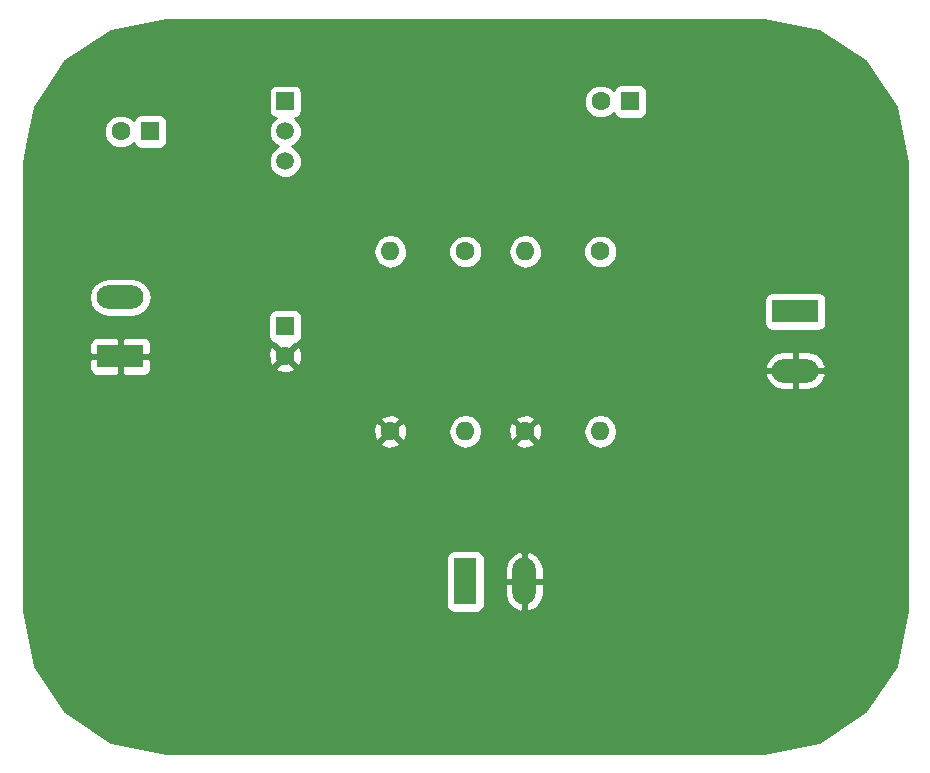
<source format=gbr>
G04 #@! TF.FileFunction,Copper,L2,Bot,Signal*
%FSLAX46Y46*%
G04 Gerber Fmt 4.6, Leading zero omitted, Abs format (unit mm)*
G04 Created by KiCad (PCBNEW 4.0.5) date 05/30/17 12:07:32*
%MOMM*%
%LPD*%
G01*
G04 APERTURE LIST*
%ADD10C,0.100000*%
%ADD11R,1.600000X1.600000*%
%ADD12C,1.600000*%
%ADD13R,3.960000X1.980000*%
%ADD14O,3.960000X1.980000*%
%ADD15O,1.600000X1.600000*%
%ADD16R,1.980000X3.960000*%
%ADD17O,1.980000X3.960000*%
%ADD18C,1.520000*%
%ADD19R,1.520000X1.520000*%
%ADD20C,0.254000*%
G04 APERTURE END LIST*
D10*
D11*
X132080000Y-80010000D03*
D12*
X129580000Y-80010000D03*
D11*
X143510000Y-96520000D03*
D12*
X143510000Y-99020000D03*
D11*
X172720000Y-77470000D03*
D12*
X170220000Y-77470000D03*
D13*
X129540000Y-99060000D03*
D14*
X129540000Y-94060000D03*
D13*
X186690000Y-95250000D03*
D14*
X186690000Y-100250000D03*
D12*
X163830000Y-105410000D03*
D15*
X163830000Y-90170000D03*
D12*
X170180000Y-90170000D03*
D15*
X170180000Y-105410000D03*
D12*
X152400000Y-105410000D03*
D15*
X152400000Y-90170000D03*
D16*
X158750000Y-118110000D03*
D17*
X163750000Y-118110000D03*
D18*
X143510000Y-80010000D03*
X143510000Y-82550000D03*
D19*
X143510000Y-77470000D03*
D12*
X158750000Y-90170000D03*
D15*
X158750000Y-105410000D03*
D20*
G36*
X188733053Y-71485536D02*
X192618376Y-74081627D01*
X195214464Y-77966947D01*
X196140000Y-82619927D01*
X196140000Y-120580073D01*
X195214464Y-125233053D01*
X192618376Y-129118373D01*
X188733053Y-131714464D01*
X184080069Y-132640000D01*
X133419927Y-132640000D01*
X128766947Y-131714464D01*
X124881627Y-129118376D01*
X122285536Y-125233053D01*
X121361749Y-120588864D01*
X121375624Y-120033525D01*
X121360000Y-119943250D01*
X121360000Y-116130000D01*
X157112560Y-116130000D01*
X157112560Y-120090000D01*
X157156838Y-120325317D01*
X157295910Y-120541441D01*
X157508110Y-120686431D01*
X157760000Y-120737440D01*
X159740000Y-120737440D01*
X159975317Y-120693162D01*
X160191441Y-120554090D01*
X160336431Y-120341890D01*
X160387440Y-120090000D01*
X160387440Y-118237000D01*
X162125000Y-118237000D01*
X162125000Y-119227000D01*
X162297297Y-119839193D01*
X162690754Y-120338851D01*
X163245472Y-120649905D01*
X163371135Y-120680218D01*
X163623000Y-120560740D01*
X163623000Y-118237000D01*
X163877000Y-118237000D01*
X163877000Y-120560740D01*
X164128865Y-120680218D01*
X164254528Y-120649905D01*
X164809246Y-120338851D01*
X165202703Y-119839193D01*
X165375000Y-119227000D01*
X165375000Y-118237000D01*
X163877000Y-118237000D01*
X163623000Y-118237000D01*
X162125000Y-118237000D01*
X160387440Y-118237000D01*
X160387440Y-116993000D01*
X162125000Y-116993000D01*
X162125000Y-117983000D01*
X163623000Y-117983000D01*
X163623000Y-115659260D01*
X163877000Y-115659260D01*
X163877000Y-117983000D01*
X165375000Y-117983000D01*
X165375000Y-116993000D01*
X165202703Y-116380807D01*
X164809246Y-115881149D01*
X164254528Y-115570095D01*
X164128865Y-115539782D01*
X163877000Y-115659260D01*
X163623000Y-115659260D01*
X163371135Y-115539782D01*
X163245472Y-115570095D01*
X162690754Y-115881149D01*
X162297297Y-116380807D01*
X162125000Y-116993000D01*
X160387440Y-116993000D01*
X160387440Y-116130000D01*
X160343162Y-115894683D01*
X160204090Y-115678559D01*
X159991890Y-115533569D01*
X159740000Y-115482560D01*
X157760000Y-115482560D01*
X157524683Y-115526838D01*
X157308559Y-115665910D01*
X157163569Y-115878110D01*
X157112560Y-116130000D01*
X121360000Y-116130000D01*
X121360000Y-106417745D01*
X151571861Y-106417745D01*
X151645995Y-106663864D01*
X152183223Y-106856965D01*
X152753454Y-106829778D01*
X153154005Y-106663864D01*
X153228139Y-106417745D01*
X152400000Y-105589605D01*
X151571861Y-106417745D01*
X121360000Y-106417745D01*
X121360000Y-105193223D01*
X150953035Y-105193223D01*
X150980222Y-105763454D01*
X151146136Y-106164005D01*
X151392255Y-106238139D01*
X152220395Y-105410000D01*
X152579605Y-105410000D01*
X153407745Y-106238139D01*
X153653864Y-106164005D01*
X153846965Y-105626777D01*
X153835290Y-105381887D01*
X157315000Y-105381887D01*
X157315000Y-105438113D01*
X157424233Y-105987264D01*
X157735302Y-106452811D01*
X158200849Y-106763880D01*
X158750000Y-106873113D01*
X159299151Y-106763880D01*
X159764698Y-106452811D01*
X159788128Y-106417745D01*
X163001861Y-106417745D01*
X163075995Y-106663864D01*
X163613223Y-106856965D01*
X164183454Y-106829778D01*
X164584005Y-106663864D01*
X164658139Y-106417745D01*
X163830000Y-105589605D01*
X163001861Y-106417745D01*
X159788128Y-106417745D01*
X160075767Y-105987264D01*
X160185000Y-105438113D01*
X160185000Y-105381887D01*
X160147473Y-105193223D01*
X162383035Y-105193223D01*
X162410222Y-105763454D01*
X162576136Y-106164005D01*
X162822255Y-106238139D01*
X163650395Y-105410000D01*
X164009605Y-105410000D01*
X164837745Y-106238139D01*
X165083864Y-106164005D01*
X165276965Y-105626777D01*
X165265290Y-105381887D01*
X168745000Y-105381887D01*
X168745000Y-105438113D01*
X168854233Y-105987264D01*
X169165302Y-106452811D01*
X169630849Y-106763880D01*
X170180000Y-106873113D01*
X170729151Y-106763880D01*
X171194698Y-106452811D01*
X171505767Y-105987264D01*
X171615000Y-105438113D01*
X171615000Y-105381887D01*
X171505767Y-104832736D01*
X171194698Y-104367189D01*
X170729151Y-104056120D01*
X170180000Y-103946887D01*
X169630849Y-104056120D01*
X169165302Y-104367189D01*
X168854233Y-104832736D01*
X168745000Y-105381887D01*
X165265290Y-105381887D01*
X165249778Y-105056546D01*
X165083864Y-104655995D01*
X164837745Y-104581861D01*
X164009605Y-105410000D01*
X163650395Y-105410000D01*
X162822255Y-104581861D01*
X162576136Y-104655995D01*
X162383035Y-105193223D01*
X160147473Y-105193223D01*
X160075767Y-104832736D01*
X159788129Y-104402255D01*
X163001861Y-104402255D01*
X163830000Y-105230395D01*
X164658139Y-104402255D01*
X164584005Y-104156136D01*
X164046777Y-103963035D01*
X163476546Y-103990222D01*
X163075995Y-104156136D01*
X163001861Y-104402255D01*
X159788129Y-104402255D01*
X159764698Y-104367189D01*
X159299151Y-104056120D01*
X158750000Y-103946887D01*
X158200849Y-104056120D01*
X157735302Y-104367189D01*
X157424233Y-104832736D01*
X157315000Y-105381887D01*
X153835290Y-105381887D01*
X153819778Y-105056546D01*
X153653864Y-104655995D01*
X153407745Y-104581861D01*
X152579605Y-105410000D01*
X152220395Y-105410000D01*
X151392255Y-104581861D01*
X151146136Y-104655995D01*
X150953035Y-105193223D01*
X121360000Y-105193223D01*
X121360000Y-104402255D01*
X151571861Y-104402255D01*
X152400000Y-105230395D01*
X153228139Y-104402255D01*
X153154005Y-104156136D01*
X152616777Y-103963035D01*
X152046546Y-103990222D01*
X151645995Y-104156136D01*
X151571861Y-104402255D01*
X121360000Y-104402255D01*
X121360000Y-99345750D01*
X126925000Y-99345750D01*
X126925000Y-100176309D01*
X127021673Y-100409698D01*
X127200301Y-100588327D01*
X127433690Y-100685000D01*
X129254250Y-100685000D01*
X129413000Y-100526250D01*
X129413000Y-99187000D01*
X129667000Y-99187000D01*
X129667000Y-100526250D01*
X129825750Y-100685000D01*
X131646310Y-100685000D01*
X131781831Y-100628865D01*
X184119782Y-100628865D01*
X184150095Y-100754528D01*
X184461149Y-101309246D01*
X184960807Y-101702703D01*
X185573000Y-101875000D01*
X186563000Y-101875000D01*
X186563000Y-100377000D01*
X186817000Y-100377000D01*
X186817000Y-101875000D01*
X187807000Y-101875000D01*
X188419193Y-101702703D01*
X188918851Y-101309246D01*
X189229905Y-100754528D01*
X189260218Y-100628865D01*
X189140740Y-100377000D01*
X186817000Y-100377000D01*
X186563000Y-100377000D01*
X184239260Y-100377000D01*
X184119782Y-100628865D01*
X131781831Y-100628865D01*
X131879699Y-100588327D01*
X132058327Y-100409698D01*
X132155000Y-100176309D01*
X132155000Y-100027745D01*
X142681861Y-100027745D01*
X142755995Y-100273864D01*
X143293223Y-100466965D01*
X143863454Y-100439778D01*
X144264005Y-100273864D01*
X144338139Y-100027745D01*
X144181530Y-99871135D01*
X184119782Y-99871135D01*
X184239260Y-100123000D01*
X186563000Y-100123000D01*
X186563000Y-98625000D01*
X186817000Y-98625000D01*
X186817000Y-100123000D01*
X189140740Y-100123000D01*
X189260218Y-99871135D01*
X189229905Y-99745472D01*
X188918851Y-99190754D01*
X188419193Y-98797297D01*
X187807000Y-98625000D01*
X186817000Y-98625000D01*
X186563000Y-98625000D01*
X185573000Y-98625000D01*
X184960807Y-98797297D01*
X184461149Y-99190754D01*
X184150095Y-99745472D01*
X184119782Y-99871135D01*
X144181530Y-99871135D01*
X143510000Y-99199605D01*
X142681861Y-100027745D01*
X132155000Y-100027745D01*
X132155000Y-99345750D01*
X131996250Y-99187000D01*
X129667000Y-99187000D01*
X129413000Y-99187000D01*
X127083750Y-99187000D01*
X126925000Y-99345750D01*
X121360000Y-99345750D01*
X121360000Y-97943691D01*
X126925000Y-97943691D01*
X126925000Y-98774250D01*
X127083750Y-98933000D01*
X129413000Y-98933000D01*
X129413000Y-97593750D01*
X129667000Y-97593750D01*
X129667000Y-98933000D01*
X131996250Y-98933000D01*
X132126027Y-98803223D01*
X142063035Y-98803223D01*
X142090222Y-99373454D01*
X142256136Y-99774005D01*
X142502255Y-99848139D01*
X143330395Y-99020000D01*
X143689605Y-99020000D01*
X144517745Y-99848139D01*
X144763864Y-99774005D01*
X144956965Y-99236777D01*
X144929778Y-98666546D01*
X144763864Y-98265995D01*
X144517745Y-98191861D01*
X143689605Y-99020000D01*
X143330395Y-99020000D01*
X142502255Y-98191861D01*
X142256136Y-98265995D01*
X142063035Y-98803223D01*
X132126027Y-98803223D01*
X132155000Y-98774250D01*
X132155000Y-97943691D01*
X132058327Y-97710302D01*
X131879699Y-97531673D01*
X131646310Y-97435000D01*
X129825750Y-97435000D01*
X129667000Y-97593750D01*
X129413000Y-97593750D01*
X129254250Y-97435000D01*
X127433690Y-97435000D01*
X127200301Y-97531673D01*
X127021673Y-97710302D01*
X126925000Y-97943691D01*
X121360000Y-97943691D01*
X121360000Y-95720000D01*
X142062560Y-95720000D01*
X142062560Y-97320000D01*
X142106838Y-97555317D01*
X142245910Y-97771441D01*
X142458110Y-97916431D01*
X142696201Y-97964646D01*
X142681861Y-98012255D01*
X143510000Y-98840395D01*
X144338139Y-98012255D01*
X144323855Y-97964833D01*
X144545317Y-97923162D01*
X144761441Y-97784090D01*
X144906431Y-97571890D01*
X144957440Y-97320000D01*
X144957440Y-95720000D01*
X144913162Y-95484683D01*
X144774090Y-95268559D01*
X144561890Y-95123569D01*
X144310000Y-95072560D01*
X142710000Y-95072560D01*
X142474683Y-95116838D01*
X142258559Y-95255910D01*
X142113569Y-95468110D01*
X142062560Y-95720000D01*
X121360000Y-95720000D01*
X121360000Y-94060000D01*
X126873769Y-94060000D01*
X126997465Y-94681861D01*
X127349720Y-95209049D01*
X127876908Y-95561304D01*
X128498769Y-95685000D01*
X130581231Y-95685000D01*
X131203092Y-95561304D01*
X131730280Y-95209049D01*
X132082535Y-94681861D01*
X132166448Y-94260000D01*
X184062560Y-94260000D01*
X184062560Y-96240000D01*
X184106838Y-96475317D01*
X184245910Y-96691441D01*
X184458110Y-96836431D01*
X184710000Y-96887440D01*
X188670000Y-96887440D01*
X188905317Y-96843162D01*
X189121441Y-96704090D01*
X189266431Y-96491890D01*
X189317440Y-96240000D01*
X189317440Y-94260000D01*
X189273162Y-94024683D01*
X189134090Y-93808559D01*
X188921890Y-93663569D01*
X188670000Y-93612560D01*
X184710000Y-93612560D01*
X184474683Y-93656838D01*
X184258559Y-93795910D01*
X184113569Y-94008110D01*
X184062560Y-94260000D01*
X132166448Y-94260000D01*
X132206231Y-94060000D01*
X132082535Y-93438139D01*
X131730280Y-92910951D01*
X131203092Y-92558696D01*
X130581231Y-92435000D01*
X128498769Y-92435000D01*
X127876908Y-92558696D01*
X127349720Y-92910951D01*
X126997465Y-93438139D01*
X126873769Y-94060000D01*
X121360000Y-94060000D01*
X121360000Y-90141887D01*
X150965000Y-90141887D01*
X150965000Y-90198113D01*
X151074233Y-90747264D01*
X151385302Y-91212811D01*
X151850849Y-91523880D01*
X152400000Y-91633113D01*
X152949151Y-91523880D01*
X153414698Y-91212811D01*
X153725767Y-90747264D01*
X153784063Y-90454187D01*
X157314752Y-90454187D01*
X157532757Y-90981800D01*
X157936077Y-91385824D01*
X158463309Y-91604750D01*
X159034187Y-91605248D01*
X159561800Y-91387243D01*
X159965824Y-90983923D01*
X160184750Y-90456691D01*
X160185024Y-90141887D01*
X162395000Y-90141887D01*
X162395000Y-90198113D01*
X162504233Y-90747264D01*
X162815302Y-91212811D01*
X163280849Y-91523880D01*
X163830000Y-91633113D01*
X164379151Y-91523880D01*
X164844698Y-91212811D01*
X165155767Y-90747264D01*
X165214063Y-90454187D01*
X168744752Y-90454187D01*
X168962757Y-90981800D01*
X169366077Y-91385824D01*
X169893309Y-91604750D01*
X170464187Y-91605248D01*
X170991800Y-91387243D01*
X171395824Y-90983923D01*
X171614750Y-90456691D01*
X171615248Y-89885813D01*
X171397243Y-89358200D01*
X170993923Y-88954176D01*
X170466691Y-88735250D01*
X169895813Y-88734752D01*
X169368200Y-88952757D01*
X168964176Y-89356077D01*
X168745250Y-89883309D01*
X168744752Y-90454187D01*
X165214063Y-90454187D01*
X165265000Y-90198113D01*
X165265000Y-90141887D01*
X165155767Y-89592736D01*
X164844698Y-89127189D01*
X164379151Y-88816120D01*
X163830000Y-88706887D01*
X163280849Y-88816120D01*
X162815302Y-89127189D01*
X162504233Y-89592736D01*
X162395000Y-90141887D01*
X160185024Y-90141887D01*
X160185248Y-89885813D01*
X159967243Y-89358200D01*
X159563923Y-88954176D01*
X159036691Y-88735250D01*
X158465813Y-88734752D01*
X157938200Y-88952757D01*
X157534176Y-89356077D01*
X157315250Y-89883309D01*
X157314752Y-90454187D01*
X153784063Y-90454187D01*
X153835000Y-90198113D01*
X153835000Y-90141887D01*
X153725767Y-89592736D01*
X153414698Y-89127189D01*
X152949151Y-88816120D01*
X152400000Y-88706887D01*
X151850849Y-88816120D01*
X151385302Y-89127189D01*
X151074233Y-89592736D01*
X150965000Y-90141887D01*
X121360000Y-90141887D01*
X121360000Y-82619931D01*
X121822619Y-80294187D01*
X128144752Y-80294187D01*
X128362757Y-80821800D01*
X128766077Y-81225824D01*
X129293309Y-81444750D01*
X129864187Y-81445248D01*
X130391800Y-81227243D01*
X130660583Y-80958928D01*
X130676838Y-81045317D01*
X130815910Y-81261441D01*
X131028110Y-81406431D01*
X131280000Y-81457440D01*
X132880000Y-81457440D01*
X133115317Y-81413162D01*
X133331441Y-81274090D01*
X133476431Y-81061890D01*
X133527440Y-80810000D01*
X133527440Y-79210000D01*
X133483162Y-78974683D01*
X133344090Y-78758559D01*
X133131890Y-78613569D01*
X132880000Y-78562560D01*
X131280000Y-78562560D01*
X131044683Y-78606838D01*
X130828559Y-78745910D01*
X130683569Y-78958110D01*
X130662320Y-79063041D01*
X130393923Y-78794176D01*
X129866691Y-78575250D01*
X129295813Y-78574752D01*
X128768200Y-78792757D01*
X128364176Y-79196077D01*
X128145250Y-79723309D01*
X128144752Y-80294187D01*
X121822619Y-80294187D01*
X122285536Y-77966947D01*
X123125401Y-76710000D01*
X142102560Y-76710000D01*
X142102560Y-78230000D01*
X142146838Y-78465317D01*
X142285910Y-78681441D01*
X142498110Y-78826431D01*
X142683480Y-78863969D01*
X142328066Y-79218764D01*
X142115242Y-79731300D01*
X142114758Y-80286265D01*
X142326687Y-80799172D01*
X142718764Y-81191934D01*
X142930738Y-81279954D01*
X142720828Y-81366687D01*
X142328066Y-81758764D01*
X142115242Y-82271300D01*
X142114758Y-82826265D01*
X142326687Y-83339172D01*
X142718764Y-83731934D01*
X143231300Y-83944758D01*
X143786265Y-83945242D01*
X144299172Y-83733313D01*
X144691934Y-83341236D01*
X144904758Y-82828700D01*
X144905242Y-82273735D01*
X144693313Y-81760828D01*
X144301236Y-81368066D01*
X144089262Y-81280046D01*
X144299172Y-81193313D01*
X144691934Y-80801236D01*
X144904758Y-80288700D01*
X144905242Y-79733735D01*
X144693313Y-79220828D01*
X144337790Y-78864684D01*
X144505317Y-78833162D01*
X144721441Y-78694090D01*
X144866431Y-78481890D01*
X144917440Y-78230000D01*
X144917440Y-77754187D01*
X168784752Y-77754187D01*
X169002757Y-78281800D01*
X169406077Y-78685824D01*
X169933309Y-78904750D01*
X170504187Y-78905248D01*
X171031800Y-78687243D01*
X171300583Y-78418928D01*
X171316838Y-78505317D01*
X171455910Y-78721441D01*
X171668110Y-78866431D01*
X171920000Y-78917440D01*
X173520000Y-78917440D01*
X173755317Y-78873162D01*
X173971441Y-78734090D01*
X174116431Y-78521890D01*
X174167440Y-78270000D01*
X174167440Y-76670000D01*
X174123162Y-76434683D01*
X173984090Y-76218559D01*
X173771890Y-76073569D01*
X173520000Y-76022560D01*
X171920000Y-76022560D01*
X171684683Y-76066838D01*
X171468559Y-76205910D01*
X171323569Y-76418110D01*
X171302320Y-76523041D01*
X171033923Y-76254176D01*
X170506691Y-76035250D01*
X169935813Y-76034752D01*
X169408200Y-76252757D01*
X169004176Y-76656077D01*
X168785250Y-77183309D01*
X168784752Y-77754187D01*
X144917440Y-77754187D01*
X144917440Y-76710000D01*
X144873162Y-76474683D01*
X144734090Y-76258559D01*
X144521890Y-76113569D01*
X144270000Y-76062560D01*
X142750000Y-76062560D01*
X142514683Y-76106838D01*
X142298559Y-76245910D01*
X142153569Y-76458110D01*
X142102560Y-76710000D01*
X123125401Y-76710000D01*
X124881627Y-74081624D01*
X128766947Y-71485536D01*
X133419927Y-70560000D01*
X184080069Y-70560000D01*
X188733053Y-71485536D01*
X188733053Y-71485536D01*
G37*
X188733053Y-71485536D02*
X192618376Y-74081627D01*
X195214464Y-77966947D01*
X196140000Y-82619927D01*
X196140000Y-120580073D01*
X195214464Y-125233053D01*
X192618376Y-129118373D01*
X188733053Y-131714464D01*
X184080069Y-132640000D01*
X133419927Y-132640000D01*
X128766947Y-131714464D01*
X124881627Y-129118376D01*
X122285536Y-125233053D01*
X121361749Y-120588864D01*
X121375624Y-120033525D01*
X121360000Y-119943250D01*
X121360000Y-116130000D01*
X157112560Y-116130000D01*
X157112560Y-120090000D01*
X157156838Y-120325317D01*
X157295910Y-120541441D01*
X157508110Y-120686431D01*
X157760000Y-120737440D01*
X159740000Y-120737440D01*
X159975317Y-120693162D01*
X160191441Y-120554090D01*
X160336431Y-120341890D01*
X160387440Y-120090000D01*
X160387440Y-118237000D01*
X162125000Y-118237000D01*
X162125000Y-119227000D01*
X162297297Y-119839193D01*
X162690754Y-120338851D01*
X163245472Y-120649905D01*
X163371135Y-120680218D01*
X163623000Y-120560740D01*
X163623000Y-118237000D01*
X163877000Y-118237000D01*
X163877000Y-120560740D01*
X164128865Y-120680218D01*
X164254528Y-120649905D01*
X164809246Y-120338851D01*
X165202703Y-119839193D01*
X165375000Y-119227000D01*
X165375000Y-118237000D01*
X163877000Y-118237000D01*
X163623000Y-118237000D01*
X162125000Y-118237000D01*
X160387440Y-118237000D01*
X160387440Y-116993000D01*
X162125000Y-116993000D01*
X162125000Y-117983000D01*
X163623000Y-117983000D01*
X163623000Y-115659260D01*
X163877000Y-115659260D01*
X163877000Y-117983000D01*
X165375000Y-117983000D01*
X165375000Y-116993000D01*
X165202703Y-116380807D01*
X164809246Y-115881149D01*
X164254528Y-115570095D01*
X164128865Y-115539782D01*
X163877000Y-115659260D01*
X163623000Y-115659260D01*
X163371135Y-115539782D01*
X163245472Y-115570095D01*
X162690754Y-115881149D01*
X162297297Y-116380807D01*
X162125000Y-116993000D01*
X160387440Y-116993000D01*
X160387440Y-116130000D01*
X160343162Y-115894683D01*
X160204090Y-115678559D01*
X159991890Y-115533569D01*
X159740000Y-115482560D01*
X157760000Y-115482560D01*
X157524683Y-115526838D01*
X157308559Y-115665910D01*
X157163569Y-115878110D01*
X157112560Y-116130000D01*
X121360000Y-116130000D01*
X121360000Y-106417745D01*
X151571861Y-106417745D01*
X151645995Y-106663864D01*
X152183223Y-106856965D01*
X152753454Y-106829778D01*
X153154005Y-106663864D01*
X153228139Y-106417745D01*
X152400000Y-105589605D01*
X151571861Y-106417745D01*
X121360000Y-106417745D01*
X121360000Y-105193223D01*
X150953035Y-105193223D01*
X150980222Y-105763454D01*
X151146136Y-106164005D01*
X151392255Y-106238139D01*
X152220395Y-105410000D01*
X152579605Y-105410000D01*
X153407745Y-106238139D01*
X153653864Y-106164005D01*
X153846965Y-105626777D01*
X153835290Y-105381887D01*
X157315000Y-105381887D01*
X157315000Y-105438113D01*
X157424233Y-105987264D01*
X157735302Y-106452811D01*
X158200849Y-106763880D01*
X158750000Y-106873113D01*
X159299151Y-106763880D01*
X159764698Y-106452811D01*
X159788128Y-106417745D01*
X163001861Y-106417745D01*
X163075995Y-106663864D01*
X163613223Y-106856965D01*
X164183454Y-106829778D01*
X164584005Y-106663864D01*
X164658139Y-106417745D01*
X163830000Y-105589605D01*
X163001861Y-106417745D01*
X159788128Y-106417745D01*
X160075767Y-105987264D01*
X160185000Y-105438113D01*
X160185000Y-105381887D01*
X160147473Y-105193223D01*
X162383035Y-105193223D01*
X162410222Y-105763454D01*
X162576136Y-106164005D01*
X162822255Y-106238139D01*
X163650395Y-105410000D01*
X164009605Y-105410000D01*
X164837745Y-106238139D01*
X165083864Y-106164005D01*
X165276965Y-105626777D01*
X165265290Y-105381887D01*
X168745000Y-105381887D01*
X168745000Y-105438113D01*
X168854233Y-105987264D01*
X169165302Y-106452811D01*
X169630849Y-106763880D01*
X170180000Y-106873113D01*
X170729151Y-106763880D01*
X171194698Y-106452811D01*
X171505767Y-105987264D01*
X171615000Y-105438113D01*
X171615000Y-105381887D01*
X171505767Y-104832736D01*
X171194698Y-104367189D01*
X170729151Y-104056120D01*
X170180000Y-103946887D01*
X169630849Y-104056120D01*
X169165302Y-104367189D01*
X168854233Y-104832736D01*
X168745000Y-105381887D01*
X165265290Y-105381887D01*
X165249778Y-105056546D01*
X165083864Y-104655995D01*
X164837745Y-104581861D01*
X164009605Y-105410000D01*
X163650395Y-105410000D01*
X162822255Y-104581861D01*
X162576136Y-104655995D01*
X162383035Y-105193223D01*
X160147473Y-105193223D01*
X160075767Y-104832736D01*
X159788129Y-104402255D01*
X163001861Y-104402255D01*
X163830000Y-105230395D01*
X164658139Y-104402255D01*
X164584005Y-104156136D01*
X164046777Y-103963035D01*
X163476546Y-103990222D01*
X163075995Y-104156136D01*
X163001861Y-104402255D01*
X159788129Y-104402255D01*
X159764698Y-104367189D01*
X159299151Y-104056120D01*
X158750000Y-103946887D01*
X158200849Y-104056120D01*
X157735302Y-104367189D01*
X157424233Y-104832736D01*
X157315000Y-105381887D01*
X153835290Y-105381887D01*
X153819778Y-105056546D01*
X153653864Y-104655995D01*
X153407745Y-104581861D01*
X152579605Y-105410000D01*
X152220395Y-105410000D01*
X151392255Y-104581861D01*
X151146136Y-104655995D01*
X150953035Y-105193223D01*
X121360000Y-105193223D01*
X121360000Y-104402255D01*
X151571861Y-104402255D01*
X152400000Y-105230395D01*
X153228139Y-104402255D01*
X153154005Y-104156136D01*
X152616777Y-103963035D01*
X152046546Y-103990222D01*
X151645995Y-104156136D01*
X151571861Y-104402255D01*
X121360000Y-104402255D01*
X121360000Y-99345750D01*
X126925000Y-99345750D01*
X126925000Y-100176309D01*
X127021673Y-100409698D01*
X127200301Y-100588327D01*
X127433690Y-100685000D01*
X129254250Y-100685000D01*
X129413000Y-100526250D01*
X129413000Y-99187000D01*
X129667000Y-99187000D01*
X129667000Y-100526250D01*
X129825750Y-100685000D01*
X131646310Y-100685000D01*
X131781831Y-100628865D01*
X184119782Y-100628865D01*
X184150095Y-100754528D01*
X184461149Y-101309246D01*
X184960807Y-101702703D01*
X185573000Y-101875000D01*
X186563000Y-101875000D01*
X186563000Y-100377000D01*
X186817000Y-100377000D01*
X186817000Y-101875000D01*
X187807000Y-101875000D01*
X188419193Y-101702703D01*
X188918851Y-101309246D01*
X189229905Y-100754528D01*
X189260218Y-100628865D01*
X189140740Y-100377000D01*
X186817000Y-100377000D01*
X186563000Y-100377000D01*
X184239260Y-100377000D01*
X184119782Y-100628865D01*
X131781831Y-100628865D01*
X131879699Y-100588327D01*
X132058327Y-100409698D01*
X132155000Y-100176309D01*
X132155000Y-100027745D01*
X142681861Y-100027745D01*
X142755995Y-100273864D01*
X143293223Y-100466965D01*
X143863454Y-100439778D01*
X144264005Y-100273864D01*
X144338139Y-100027745D01*
X144181530Y-99871135D01*
X184119782Y-99871135D01*
X184239260Y-100123000D01*
X186563000Y-100123000D01*
X186563000Y-98625000D01*
X186817000Y-98625000D01*
X186817000Y-100123000D01*
X189140740Y-100123000D01*
X189260218Y-99871135D01*
X189229905Y-99745472D01*
X188918851Y-99190754D01*
X188419193Y-98797297D01*
X187807000Y-98625000D01*
X186817000Y-98625000D01*
X186563000Y-98625000D01*
X185573000Y-98625000D01*
X184960807Y-98797297D01*
X184461149Y-99190754D01*
X184150095Y-99745472D01*
X184119782Y-99871135D01*
X144181530Y-99871135D01*
X143510000Y-99199605D01*
X142681861Y-100027745D01*
X132155000Y-100027745D01*
X132155000Y-99345750D01*
X131996250Y-99187000D01*
X129667000Y-99187000D01*
X129413000Y-99187000D01*
X127083750Y-99187000D01*
X126925000Y-99345750D01*
X121360000Y-99345750D01*
X121360000Y-97943691D01*
X126925000Y-97943691D01*
X126925000Y-98774250D01*
X127083750Y-98933000D01*
X129413000Y-98933000D01*
X129413000Y-97593750D01*
X129667000Y-97593750D01*
X129667000Y-98933000D01*
X131996250Y-98933000D01*
X132126027Y-98803223D01*
X142063035Y-98803223D01*
X142090222Y-99373454D01*
X142256136Y-99774005D01*
X142502255Y-99848139D01*
X143330395Y-99020000D01*
X143689605Y-99020000D01*
X144517745Y-99848139D01*
X144763864Y-99774005D01*
X144956965Y-99236777D01*
X144929778Y-98666546D01*
X144763864Y-98265995D01*
X144517745Y-98191861D01*
X143689605Y-99020000D01*
X143330395Y-99020000D01*
X142502255Y-98191861D01*
X142256136Y-98265995D01*
X142063035Y-98803223D01*
X132126027Y-98803223D01*
X132155000Y-98774250D01*
X132155000Y-97943691D01*
X132058327Y-97710302D01*
X131879699Y-97531673D01*
X131646310Y-97435000D01*
X129825750Y-97435000D01*
X129667000Y-97593750D01*
X129413000Y-97593750D01*
X129254250Y-97435000D01*
X127433690Y-97435000D01*
X127200301Y-97531673D01*
X127021673Y-97710302D01*
X126925000Y-97943691D01*
X121360000Y-97943691D01*
X121360000Y-95720000D01*
X142062560Y-95720000D01*
X142062560Y-97320000D01*
X142106838Y-97555317D01*
X142245910Y-97771441D01*
X142458110Y-97916431D01*
X142696201Y-97964646D01*
X142681861Y-98012255D01*
X143510000Y-98840395D01*
X144338139Y-98012255D01*
X144323855Y-97964833D01*
X144545317Y-97923162D01*
X144761441Y-97784090D01*
X144906431Y-97571890D01*
X144957440Y-97320000D01*
X144957440Y-95720000D01*
X144913162Y-95484683D01*
X144774090Y-95268559D01*
X144561890Y-95123569D01*
X144310000Y-95072560D01*
X142710000Y-95072560D01*
X142474683Y-95116838D01*
X142258559Y-95255910D01*
X142113569Y-95468110D01*
X142062560Y-95720000D01*
X121360000Y-95720000D01*
X121360000Y-94060000D01*
X126873769Y-94060000D01*
X126997465Y-94681861D01*
X127349720Y-95209049D01*
X127876908Y-95561304D01*
X128498769Y-95685000D01*
X130581231Y-95685000D01*
X131203092Y-95561304D01*
X131730280Y-95209049D01*
X132082535Y-94681861D01*
X132166448Y-94260000D01*
X184062560Y-94260000D01*
X184062560Y-96240000D01*
X184106838Y-96475317D01*
X184245910Y-96691441D01*
X184458110Y-96836431D01*
X184710000Y-96887440D01*
X188670000Y-96887440D01*
X188905317Y-96843162D01*
X189121441Y-96704090D01*
X189266431Y-96491890D01*
X189317440Y-96240000D01*
X189317440Y-94260000D01*
X189273162Y-94024683D01*
X189134090Y-93808559D01*
X188921890Y-93663569D01*
X188670000Y-93612560D01*
X184710000Y-93612560D01*
X184474683Y-93656838D01*
X184258559Y-93795910D01*
X184113569Y-94008110D01*
X184062560Y-94260000D01*
X132166448Y-94260000D01*
X132206231Y-94060000D01*
X132082535Y-93438139D01*
X131730280Y-92910951D01*
X131203092Y-92558696D01*
X130581231Y-92435000D01*
X128498769Y-92435000D01*
X127876908Y-92558696D01*
X127349720Y-92910951D01*
X126997465Y-93438139D01*
X126873769Y-94060000D01*
X121360000Y-94060000D01*
X121360000Y-90141887D01*
X150965000Y-90141887D01*
X150965000Y-90198113D01*
X151074233Y-90747264D01*
X151385302Y-91212811D01*
X151850849Y-91523880D01*
X152400000Y-91633113D01*
X152949151Y-91523880D01*
X153414698Y-91212811D01*
X153725767Y-90747264D01*
X153784063Y-90454187D01*
X157314752Y-90454187D01*
X157532757Y-90981800D01*
X157936077Y-91385824D01*
X158463309Y-91604750D01*
X159034187Y-91605248D01*
X159561800Y-91387243D01*
X159965824Y-90983923D01*
X160184750Y-90456691D01*
X160185024Y-90141887D01*
X162395000Y-90141887D01*
X162395000Y-90198113D01*
X162504233Y-90747264D01*
X162815302Y-91212811D01*
X163280849Y-91523880D01*
X163830000Y-91633113D01*
X164379151Y-91523880D01*
X164844698Y-91212811D01*
X165155767Y-90747264D01*
X165214063Y-90454187D01*
X168744752Y-90454187D01*
X168962757Y-90981800D01*
X169366077Y-91385824D01*
X169893309Y-91604750D01*
X170464187Y-91605248D01*
X170991800Y-91387243D01*
X171395824Y-90983923D01*
X171614750Y-90456691D01*
X171615248Y-89885813D01*
X171397243Y-89358200D01*
X170993923Y-88954176D01*
X170466691Y-88735250D01*
X169895813Y-88734752D01*
X169368200Y-88952757D01*
X168964176Y-89356077D01*
X168745250Y-89883309D01*
X168744752Y-90454187D01*
X165214063Y-90454187D01*
X165265000Y-90198113D01*
X165265000Y-90141887D01*
X165155767Y-89592736D01*
X164844698Y-89127189D01*
X164379151Y-88816120D01*
X163830000Y-88706887D01*
X163280849Y-88816120D01*
X162815302Y-89127189D01*
X162504233Y-89592736D01*
X162395000Y-90141887D01*
X160185024Y-90141887D01*
X160185248Y-89885813D01*
X159967243Y-89358200D01*
X159563923Y-88954176D01*
X159036691Y-88735250D01*
X158465813Y-88734752D01*
X157938200Y-88952757D01*
X157534176Y-89356077D01*
X157315250Y-89883309D01*
X157314752Y-90454187D01*
X153784063Y-90454187D01*
X153835000Y-90198113D01*
X153835000Y-90141887D01*
X153725767Y-89592736D01*
X153414698Y-89127189D01*
X152949151Y-88816120D01*
X152400000Y-88706887D01*
X151850849Y-88816120D01*
X151385302Y-89127189D01*
X151074233Y-89592736D01*
X150965000Y-90141887D01*
X121360000Y-90141887D01*
X121360000Y-82619931D01*
X121822619Y-80294187D01*
X128144752Y-80294187D01*
X128362757Y-80821800D01*
X128766077Y-81225824D01*
X129293309Y-81444750D01*
X129864187Y-81445248D01*
X130391800Y-81227243D01*
X130660583Y-80958928D01*
X130676838Y-81045317D01*
X130815910Y-81261441D01*
X131028110Y-81406431D01*
X131280000Y-81457440D01*
X132880000Y-81457440D01*
X133115317Y-81413162D01*
X133331441Y-81274090D01*
X133476431Y-81061890D01*
X133527440Y-80810000D01*
X133527440Y-79210000D01*
X133483162Y-78974683D01*
X133344090Y-78758559D01*
X133131890Y-78613569D01*
X132880000Y-78562560D01*
X131280000Y-78562560D01*
X131044683Y-78606838D01*
X130828559Y-78745910D01*
X130683569Y-78958110D01*
X130662320Y-79063041D01*
X130393923Y-78794176D01*
X129866691Y-78575250D01*
X129295813Y-78574752D01*
X128768200Y-78792757D01*
X128364176Y-79196077D01*
X128145250Y-79723309D01*
X128144752Y-80294187D01*
X121822619Y-80294187D01*
X122285536Y-77966947D01*
X123125401Y-76710000D01*
X142102560Y-76710000D01*
X142102560Y-78230000D01*
X142146838Y-78465317D01*
X142285910Y-78681441D01*
X142498110Y-78826431D01*
X142683480Y-78863969D01*
X142328066Y-79218764D01*
X142115242Y-79731300D01*
X142114758Y-80286265D01*
X142326687Y-80799172D01*
X142718764Y-81191934D01*
X142930738Y-81279954D01*
X142720828Y-81366687D01*
X142328066Y-81758764D01*
X142115242Y-82271300D01*
X142114758Y-82826265D01*
X142326687Y-83339172D01*
X142718764Y-83731934D01*
X143231300Y-83944758D01*
X143786265Y-83945242D01*
X144299172Y-83733313D01*
X144691934Y-83341236D01*
X144904758Y-82828700D01*
X144905242Y-82273735D01*
X144693313Y-81760828D01*
X144301236Y-81368066D01*
X144089262Y-81280046D01*
X144299172Y-81193313D01*
X144691934Y-80801236D01*
X144904758Y-80288700D01*
X144905242Y-79733735D01*
X144693313Y-79220828D01*
X144337790Y-78864684D01*
X144505317Y-78833162D01*
X144721441Y-78694090D01*
X144866431Y-78481890D01*
X144917440Y-78230000D01*
X144917440Y-77754187D01*
X168784752Y-77754187D01*
X169002757Y-78281800D01*
X169406077Y-78685824D01*
X169933309Y-78904750D01*
X170504187Y-78905248D01*
X171031800Y-78687243D01*
X171300583Y-78418928D01*
X171316838Y-78505317D01*
X171455910Y-78721441D01*
X171668110Y-78866431D01*
X171920000Y-78917440D01*
X173520000Y-78917440D01*
X173755317Y-78873162D01*
X173971441Y-78734090D01*
X174116431Y-78521890D01*
X174167440Y-78270000D01*
X174167440Y-76670000D01*
X174123162Y-76434683D01*
X173984090Y-76218559D01*
X173771890Y-76073569D01*
X173520000Y-76022560D01*
X171920000Y-76022560D01*
X171684683Y-76066838D01*
X171468559Y-76205910D01*
X171323569Y-76418110D01*
X171302320Y-76523041D01*
X171033923Y-76254176D01*
X170506691Y-76035250D01*
X169935813Y-76034752D01*
X169408200Y-76252757D01*
X169004176Y-76656077D01*
X168785250Y-77183309D01*
X168784752Y-77754187D01*
X144917440Y-77754187D01*
X144917440Y-76710000D01*
X144873162Y-76474683D01*
X144734090Y-76258559D01*
X144521890Y-76113569D01*
X144270000Y-76062560D01*
X142750000Y-76062560D01*
X142514683Y-76106838D01*
X142298559Y-76245910D01*
X142153569Y-76458110D01*
X142102560Y-76710000D01*
X123125401Y-76710000D01*
X124881627Y-74081624D01*
X128766947Y-71485536D01*
X133419927Y-70560000D01*
X184080069Y-70560000D01*
X188733053Y-71485536D01*
M02*

</source>
